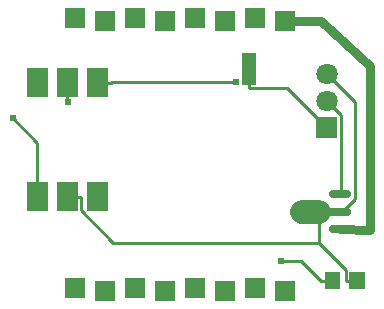
<source format=gtl>
G04 Layer: TopLayer*
G04 EasyEDA v6.4.19.4, 2021-06-26T11:34:46+02:00*
G04 Gerber Generator version 0.2*
G04 Scale: 100 percent, Rotated: No, Reflected: No *
G04 Dimensions in inches *
G04 leading zeros omitted , absolute positions ,3 integer and 6 decimal *
%FSLAX36Y36*%
%MOIN*%

%ADD10C,0.0100*%
%ADD11C,0.0300*%
%ADD12C,0.0787*%
%ADD13C,0.0276*%
%ADD14C,0.0240*%
%ADD18R,0.0700X0.0700*%
%ADD20C,0.0709*%

%LPD*%
D11*
X1306099Y2640000D02*
G01*
X1380000Y2640000D01*
X1545000Y2490000D01*
X1545000Y1945000D01*
X1444200Y1945900D01*
D10*
X1141999Y2415799D02*
G01*
X1269099Y2415799D01*
X1400000Y2284800D01*
X1141999Y2480000D02*
G01*
X1141999Y2415799D01*
D11*
X1260000Y2640000D02*
G01*
X1306099Y2640000D01*
D10*
X1400000Y2375000D02*
G01*
X1446899Y2328099D01*
X1446899Y2066700D01*
X1444200Y2064099D01*
X535000Y2435000D02*
G01*
X535000Y2371599D01*
X536999Y2369600D01*
X635000Y2435000D02*
G01*
X681100Y2435000D01*
X681100Y2435000D02*
G01*
X682500Y2436399D01*
X1097700Y2436399D01*
X353299Y2316900D02*
G01*
X435000Y2235200D01*
X435000Y2055000D01*
X1400000Y2465200D02*
G01*
X1493699Y2371500D01*
X1493699Y2047300D01*
X1451400Y2005000D01*
X1440299Y2005000D01*
X1440299Y2005000D02*
G01*
X1374799Y2005000D01*
X1374799Y2005000D02*
G01*
X1345799Y2005000D01*
X1501400Y1775000D02*
G01*
X1464700Y1775000D01*
X581100Y2055000D02*
G01*
X581100Y2008899D01*
X688400Y1901599D01*
X1374799Y1901599D01*
X1374799Y2005000D02*
G01*
X1374799Y1901599D01*
X1374799Y1901599D02*
G01*
X1464700Y1811700D01*
X1464700Y1775000D01*
X535000Y2055000D02*
G01*
X581100Y2055000D01*
X1246300Y1841900D02*
G01*
X1315000Y1841900D01*
X1381999Y1775000D01*
X1418699Y1775000D02*
G01*
X1381999Y1775000D01*
D12*
X1375327Y2005000D02*
G01*
X1316271Y2005000D01*
D13*
X1467858Y2005000D02*
G01*
X1412740Y2005000D01*
X1467821Y2064099D02*
G01*
X1420577Y2064099D01*
X1467821Y1945900D02*
G01*
X1420577Y1945900D01*
G36*
X1393050Y1802550D02*
G01*
X1444250Y1802550D01*
X1444250Y1747449D01*
X1393050Y1747449D01*
G37*
G36*
X1475749Y1802550D02*
G01*
X1526949Y1802550D01*
X1526949Y1747449D01*
X1475749Y1747449D01*
G37*
G36*
X399960Y2102244D02*
G01*
X470039Y2102244D01*
X470039Y2007755D01*
X399960Y2007755D01*
G37*
G36*
X499960Y2102244D02*
G01*
X570039Y2102244D01*
X570039Y2007755D01*
X499960Y2007755D01*
G37*
G36*
X599960Y2102244D02*
G01*
X670039Y2102244D01*
X670039Y2007755D01*
X599960Y2007755D01*
G37*
G36*
X599960Y2482244D02*
G01*
X670039Y2482244D01*
X670039Y2387755D01*
X599960Y2387755D01*
G37*
G36*
X499960Y2482244D02*
G01*
X570039Y2482244D01*
X570039Y2387755D01*
X499960Y2387755D01*
G37*
G36*
X399960Y2482244D02*
G01*
X470039Y2482244D01*
X470039Y2387755D01*
X399960Y2387755D01*
G37*
G36*
X1165627Y2533150D02*
G01*
X1118383Y2533150D01*
X1118383Y2426849D01*
X1165627Y2426849D01*
G37*
D18*
G01*
X560000Y1750000D03*
G01*
X660000Y1740000D03*
G01*
X760000Y1750000D03*
G01*
X860000Y1740000D03*
G01*
X960000Y1750000D03*
G01*
X1060000Y1740000D03*
G01*
X1160000Y1750000D03*
G01*
X1260000Y1740000D03*
G01*
X560000Y2650000D03*
G01*
X660000Y2640000D03*
G01*
X760000Y2650000D03*
G01*
X860000Y2640000D03*
G01*
X960000Y2650000D03*
G01*
X1060000Y2640000D03*
G01*
X1160000Y2650000D03*
G01*
X1260000Y2640000D03*
G36*
X1364250Y2249405D02*
G01*
X1435749Y2249405D01*
X1435749Y2320272D01*
X1364250Y2320272D01*
G37*
D20*
G01*
X1400000Y2375000D03*
G01*
X1400000Y2465160D03*
D14*
G01*
X536999Y2369600D03*
G01*
X1097700Y2436399D03*
G01*
X353299Y2316900D03*
G01*
X1246300Y1841900D03*
M02*

</source>
